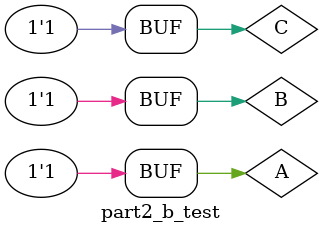
<source format=v>
   
module part1_d_test();
    reg A,B,C,D;
    wire out;
    part1_d PART1D(.input1(A),.input2(B),.input3(C),.input4(D),.out(out));
    
     initial begin
        A =0; B =0; C=0; D=0;;#62;
        A =0; B =1; C=0; D=0; #62;
        A =1; B =0; C=0; D=0; #62;
        A =1; B =1; C=0; D=0; #62;
        A =0; B =0; C=1; D=0; #62;
        A =0; B =1; C=1; D=0; #62;
        A =1; B =0; C=1; D=0; #62;
        A =1; B =1; C=1; D=0; #62;
        A =0; B =0; C=0; D=1; #62;
        A =0; B =1; C=0; D=1; #62;
        A =1; B =0; C=0; D=1; #62;
        A =1; B =1; C=0; D=1; #62;
        A =0; B =0; C=1; D=1; #62;
        A =0; B =1; C=1; D=1; #62;
        A =1; B =0; C=1; D=1; #62;
        A =1; B =1; C=1; D=1; #62;
      end
endmodule

module part1_e_test();
    reg A,B,C,D;
    wire out;
    part1_e PART1E(.input1(A),.input2(B),.input3(C),.input4(D),.out(out));
    
     initial begin
        A =0; B =0; C=0; D=0;;#62;
        A =0; B =1; C=0; D=0; #62;
        A =1; B =0; C=0; D=0; #62;
        A =1; B =1; C=0; D=0; #62;
        A =0; B =0; C=1; D=0; #62;
        A =0; B =1; C=1; D=0; #62;
        A =1; B =0; C=1; D=0; #62;
        A =1; B =1; C=1; D=0; #62;
        A =0; B =0; C=0; D=1; #62;
        A =0; B =1; C=0; D=1; #62;
        A =1; B =0; C=0; D=1; #62;
        A =1; B =1; C=0; D=1; #62;
        A =0; B =0; C=1; D=1; #62;
        A =0; B =1; C=1; D=1; #62;
        A =1; B =0; C=1; D=1; #62;
        A =1; B =1; C=1; D=1; #62;
      end
endmodule

module part1_f_test();
    reg A,B,C,D;
    wire out;
    part1_f PARR1F(.input1(A),.input2(B),.input3(C),.input4(D),.out(out));
    
     initial begin
        A =0; B =0; C=0; D=0;;#62;
        A =0; B =1; C=0; D=0; #62;
        A =1; B =0; C=0; D=0; #62;
        A =1; B =1; C=0; D=0; #62;
        A =0; B =0; C=1; D=0; #62;
        A =0; B =1; C=1; D=0; #62;
        A =1; B =0; C=1; D=0; #62;
        A =1; B =1; C=1; D=0; #62;
        A =0; B =0; C=0; D=1; #62;
        A =0; B =1; C=0; D=1; #62;
        A =1; B =0; C=0; D=1; #62;
        A =1; B =1; C=0; D=1; #62;
        A =0; B =0; C=1; D=1; #62;
        A =0; B =1; C=1; D=1; #62;
        A =1; B =0; C=1; D=1; #62;
        A =1; B =1; C=1; D=1; #62;
      end
endmodule

module part2_a_test();
    reg A,B,C;
    wire out;
    part2_a PART2A(.input1(A),.input2(B),.input3(C),.out(out));
    
     initial begin
        A =0; B =0; C=0; #125;
        A =0; B =1; C=0; #125;
        A =1; B =0; C=0; #125;
        A =1; B =1; C=0; #125;
        A =0; B =0; C=1; #125;
        A =0; B =1; C=1; #125;
        A =1; B =0; C=1; #125;
        A =1; B =1; C=1; #125;
       
      end
endmodule
module part2_b_test();
    reg A,B,C;
    wire out;
    part2_b PART2B(.input1(A),.input2(B),.input3(C),.out(out));
    
     initial begin
        A =0; B =0; C=0; #125;
        A =0; B =1; C=0; #125;
        A =1; B =0; C=0; #125;
        A =1; B =1; C=0; #125;
        A =0; B =0; C=1; #125;
        A =0; B =1; C=1; #125;
        A =1; B =0; C=1; #125;
        A =1; B =1; C=1; #125;
       
      end
endmodule



</source>
